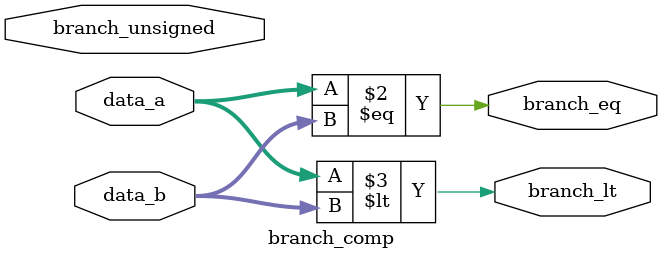
<source format=v>
module branch_comp(data_a, data_b, branch_unsigned, branch_eq, branch_lt);

input [31:0] data_a;
input [31:0] data_b;
input branch_unsigned;
output reg  branch_eq;
output reg branch_lt;

initial
begin
	branch_eq = 0;
	branch_lt = 0;
end 

always@*
begin 
	branch_eq = (data_a == data_b);
	branch_lt = (data_a < data_b);
end 

endmodule
</source>
